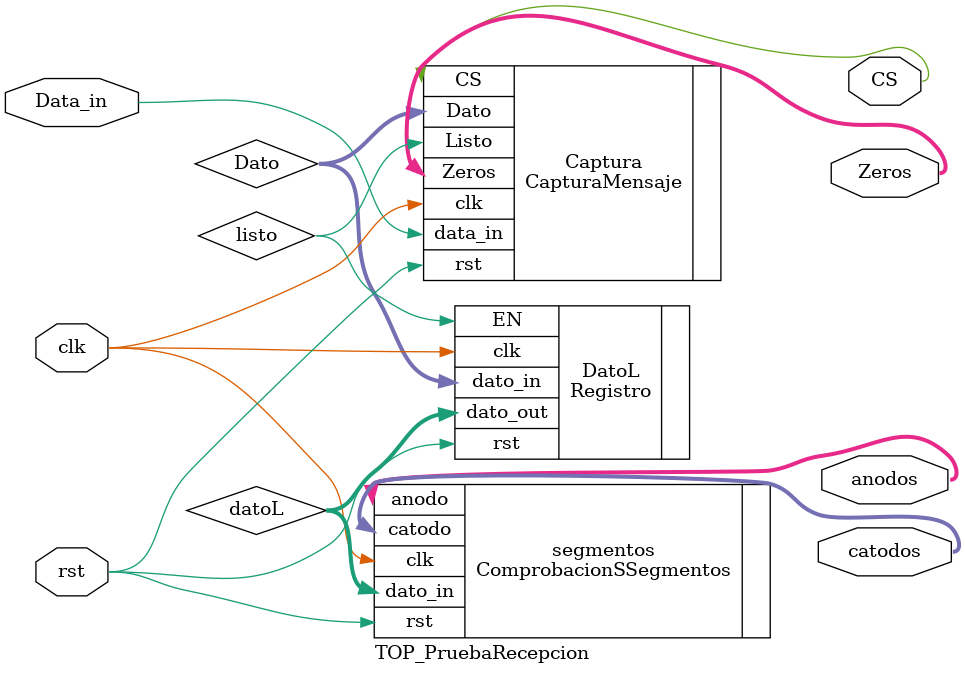
<source format=v>
`timescale 1ns / 1ps
module TOP_PruebaRecepcion(
    input clk,
    input rst,
    input Data_in,
    output [7:0] catodos,
    output [3:0] anodos,
	 output [3:0]Zeros,
	 output CS
    );
	 
wire [11:0]Dato;
wire listo;
wire [11:0]datoL;	 
CapturaMensaje Captura(
	 .clk(clk),
	 .rst(rst),
	 .data_in(Data_in),
	 .Listo(listo),
	 .CS(CS),
	 .Zeros(Zeros),
	 .Dato(Dato)
    );

Registro DatoL(
    .dato_in(Dato),
	 .EN(listo),
    .rst(rst),
    .clk(clk),
    .dato_out(datoL)
    );

ComprobacionSSegmentos segmentos(
    .dato_in(datoL),
	 .clk(clk),
	 .rst(rst),
    .anodo(anodos),
    .catodo(catodos)
    );

endmodule

</source>
